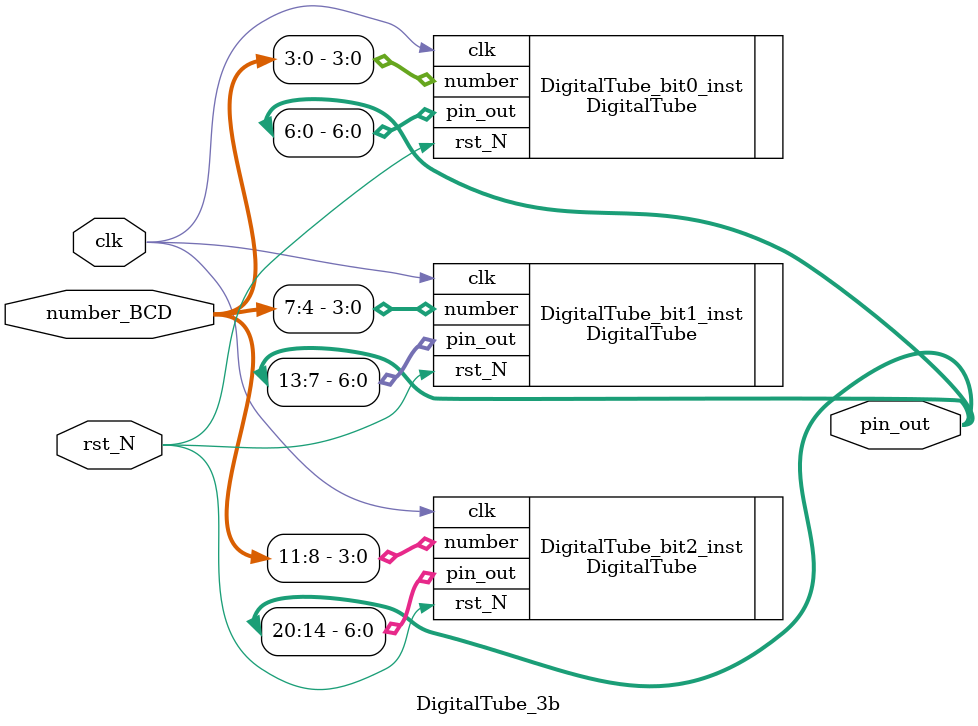
<source format=v>
module DigitalTube_3b (
    clk,
    rst_N,

    number_BCD,
    pin_out
);

input   clk, rst_N;

input           [11:0]   number_BCD;

output  wire    [20:0]   pin_out;



DigitalTube DigitalTube_bit0_inst(
    .clk        (clk),
    .rst_N      (rst_N),

    .number     (number_BCD[3:0]),
    .pin_out    (pin_out[6:0])
);

DigitalTube DigitalTube_bit1_inst(
    .clk        (clk),
    .rst_N      (rst_N),

    .number     (number_BCD[7:4]),
    .pin_out    (pin_out[13:7])
);

DigitalTube DigitalTube_bit2_inst(
    .clk        (clk),
    .rst_N      (rst_N),

    .number     (number_BCD[11:8]),
    .pin_out    (pin_out[20:14])
);


endmodule


</source>
